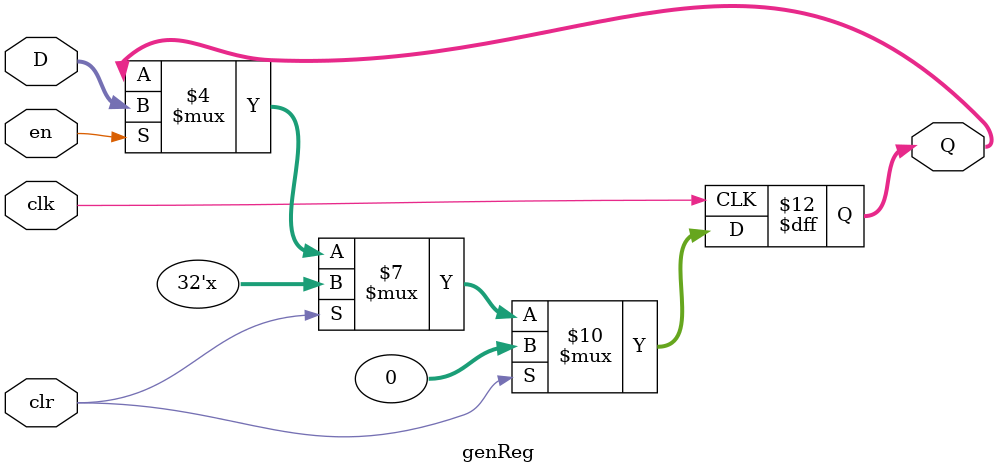
<source format=v>
`timescale 1ns/100ps
module genReg(
	output reg [31:0] Q,
	input [31:0] D,
	input en, clr, clk
);
	initial Q = 0;
	always @(posedge clk)
	begin
		if(clr)
			Q[31:0] = 32'b0;
		else if(en)
			Q[31:0] = D[31:0];
	end
endmodule
</source>
